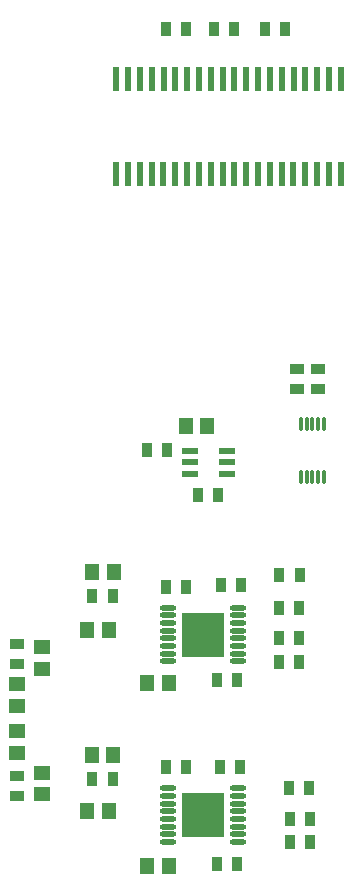
<source format=gbr>
G04 Layer_Color=128*
%FSLAX26Y26*%
%MOIN*%
%TF.FileFunction,Paste,Bot*%
%TF.Part,Single*%
G01*
G75*
%TA.AperFunction,SMDPad,CuDef*%
%ADD11R,0.033465X0.051181*%
%ADD24R,0.045276X0.057087*%
%ADD25R,0.057087X0.045276*%
%ADD26R,0.051181X0.033465*%
%ADD27R,0.024000X0.078740*%
%ADD28R,0.055118X0.021654*%
%ADD29O,0.055118X0.017716*%
%ADD30R,0.143701X0.145669*%
%ADD31O,0.011811X0.053150*%
D11*
X534636Y-1883000D02*
D03*
X601564D02*
D03*
X779780Y617000D02*
D03*
X846708D02*
D03*
X939780D02*
D03*
X1006708D02*
D03*
X1109780D02*
D03*
X1176708D02*
D03*
X1256464Y-1913000D02*
D03*
X1189536D02*
D03*
X1225000Y-1203000D02*
D03*
X1158070D02*
D03*
X846464Y-1243000D02*
D03*
X779536D02*
D03*
X1016464Y-1553000D02*
D03*
X949536D02*
D03*
X1156070Y-1493000D02*
D03*
X1223000D02*
D03*
X1223001Y-1311614D02*
D03*
X1156071D02*
D03*
X534636Y-1273000D02*
D03*
X601564D02*
D03*
X1191536Y-2092568D02*
D03*
X1258464D02*
D03*
X1223000Y-1412796D02*
D03*
X1156070D02*
D03*
X1017159Y-2167008D02*
D03*
X950231D02*
D03*
X959536Y-1843000D02*
D03*
X1026464D02*
D03*
X846464D02*
D03*
X779536D02*
D03*
X963183Y-1237008D02*
D03*
X1030111D02*
D03*
X1258464Y-2015796D02*
D03*
X1191536D02*
D03*
X717016Y-787008D02*
D03*
X783945D02*
D03*
X953945Y-937008D02*
D03*
X887016D02*
D03*
D24*
X603433Y-1803000D02*
D03*
X532567D02*
D03*
X605433Y-1192000D02*
D03*
X534567D02*
D03*
X588432Y-1387204D02*
D03*
X517566D02*
D03*
X788432Y-1563000D02*
D03*
X717566D02*
D03*
X588432Y-1990204D02*
D03*
X517566D02*
D03*
X788432Y-2173000D02*
D03*
X717566D02*
D03*
X845047Y-707008D02*
D03*
X915913D02*
D03*
D25*
X283000Y-1567568D02*
D03*
Y-1638434D02*
D03*
X366800Y-1443568D02*
D03*
Y-1514434D02*
D03*
X283000Y-1794432D02*
D03*
Y-1723566D02*
D03*
X366800Y-1933188D02*
D03*
Y-1862322D02*
D03*
D26*
X283000Y-1940078D02*
D03*
Y-1873150D02*
D03*
X1215000Y-516535D02*
D03*
Y-583465D02*
D03*
X1285001Y-583465D02*
D03*
Y-516535D02*
D03*
X283000Y-1431694D02*
D03*
Y-1498622D02*
D03*
D27*
X614088Y450360D02*
D03*
X653488D02*
D03*
X692888D02*
D03*
X732288D02*
D03*
X771688D02*
D03*
X811088D02*
D03*
X850488D02*
D03*
X889888D02*
D03*
X929288D02*
D03*
X968688D02*
D03*
X1008088D02*
D03*
X1047488D02*
D03*
X1086888D02*
D03*
X1126288D02*
D03*
X1165688D02*
D03*
X1205088D02*
D03*
X1244488D02*
D03*
X1283888D02*
D03*
X1323288D02*
D03*
X1362688D02*
D03*
X613700Y135640D02*
D03*
X653100D02*
D03*
X692500D02*
D03*
X731900D02*
D03*
X771300D02*
D03*
X810700D02*
D03*
X850100D02*
D03*
X889500D02*
D03*
X928900D02*
D03*
X968300D02*
D03*
X1007700D02*
D03*
X1047100D02*
D03*
X1086500D02*
D03*
X1125900D02*
D03*
X1165300D02*
D03*
X1204700D02*
D03*
X1244100D02*
D03*
X1283500D02*
D03*
X1322900D02*
D03*
X1362300D02*
D03*
D28*
X983984Y-864409D02*
D03*
Y-827008D02*
D03*
Y-789606D02*
D03*
X859968D02*
D03*
Y-827008D02*
D03*
Y-864409D02*
D03*
D29*
X1019142Y-1913433D02*
D03*
Y-1939024D02*
D03*
Y-1964614D02*
D03*
Y-1990205D02*
D03*
Y-2015795D02*
D03*
Y-2041386D02*
D03*
Y-2066976D02*
D03*
Y-2092567D02*
D03*
X786858Y-1913433D02*
D03*
Y-1939024D02*
D03*
Y-1964614D02*
D03*
Y-1990205D02*
D03*
Y-2015795D02*
D03*
Y-2041386D02*
D03*
Y-2066976D02*
D03*
Y-2092567D02*
D03*
Y-1490748D02*
D03*
Y-1465157D02*
D03*
Y-1439567D02*
D03*
Y-1413976D02*
D03*
Y-1388386D02*
D03*
Y-1362795D02*
D03*
Y-1337205D02*
D03*
Y-1311614D02*
D03*
X1019142Y-1490748D02*
D03*
Y-1465157D02*
D03*
Y-1439567D02*
D03*
Y-1413976D02*
D03*
Y-1388386D02*
D03*
Y-1362795D02*
D03*
Y-1337205D02*
D03*
Y-1311614D02*
D03*
D30*
X903000Y-2003000D02*
D03*
Y-1401181D02*
D03*
D31*
X1228630Y-698433D02*
D03*
X1248315D02*
D03*
X1268000D02*
D03*
X1287685D02*
D03*
X1307370D02*
D03*
X1228630Y-877567D02*
D03*
X1248315D02*
D03*
X1268000D02*
D03*
X1287685D02*
D03*
X1307370D02*
D03*
%TF.MD5,a115306a7c2dbdbab2e96dbb5a0d4281*%
M02*

</source>
